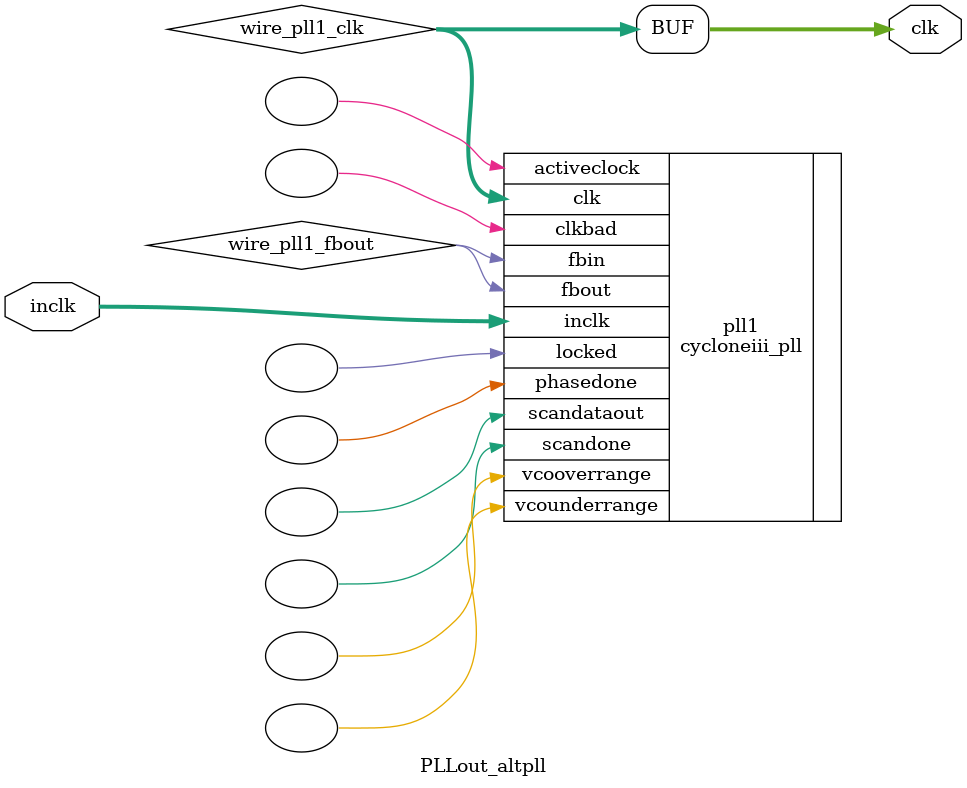
<source format=v>






//synthesis_resources = cycloneiii_pll 1 
//synopsys translate_off
`timescale 1 ps / 1 ps
//synopsys translate_on
module  PLLout_altpll
	( 
	clk,
	inclk) /* synthesis synthesis_clearbox=1 */;
	output   [4:0]  clk;
	input   [1:0]  inclk;
`ifndef ALTERA_RESERVED_QIS
// synopsys translate_off
`endif
	tri0   [1:0]  inclk;
`ifndef ALTERA_RESERVED_QIS
// synopsys translate_on
`endif

	wire  [4:0]   wire_pll1_clk;
	wire  wire_pll1_fbout;

	cycloneiii_pll   pll1
	( 
	.activeclock(),
	.clk(wire_pll1_clk),
	.clkbad(),
	.fbin(wire_pll1_fbout),
	.fbout(wire_pll1_fbout),
	.inclk(inclk),
	.locked(),
	.phasedone(),
	.scandataout(),
	.scandone(),
	.vcooverrange(),
	.vcounderrange()
	`ifndef FORMAL_VERIFICATION
	// synopsys translate_off
	`endif
	,
	.areset(1'b0),
	.clkswitch(1'b0),
	.configupdate(1'b0),
	.pfdena(1'b1),
	.phasecounterselect({3{1'b0}}),
	.phasestep(1'b0),
	.phaseupdown(1'b0),
	.scanclk(1'b0),
	.scanclkena(1'b1),
	.scandata(1'b0)
	`ifndef FORMAL_VERIFICATION
	// synopsys translate_on
	`endif
	);
	defparam
		pll1.bandwidth_type = "auto",
		pll1.clk0_divide_by = 1,
		pll1.clk0_duty_cycle = 50,
		pll1.clk0_multiply_by = 5,
		pll1.clk0_phase_shift = "0",
		pll1.compensate_clock = "clk0",
		pll1.inclk0_input_frequency = 20000,
		pll1.operation_mode = "normal",
		pll1.pll_type = "auto",
		pll1.lpm_type = "cycloneiii_pll";
	assign
		clk = {wire_pll1_clk[4:0]};
endmodule //PLLout_altpll
//VALID FILE

</source>
